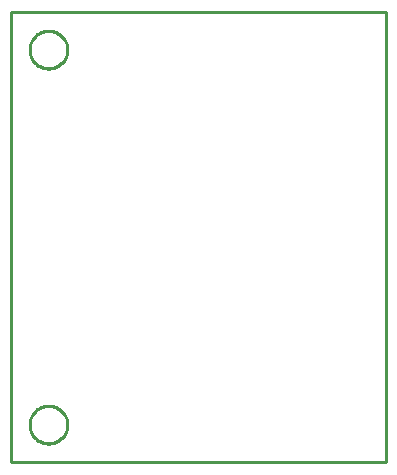
<source format=gbr>
G04 EAGLE Gerber X2 export*
%TF.Part,Single*%
%TF.FileFunction,Profile,NP*%
%TF.FilePolarity,Positive*%
%TF.GenerationSoftware,Autodesk,EAGLE,9.1.3*%
%TF.CreationDate,2018-09-23T19:11:10Z*%
G75*
%MOMM*%
%FSLAX34Y34*%
%LPD*%
%AMOC8*
5,1,8,0,0,1.08239X$1,22.5*%
G01*
%ADD10C,0.254000*%


D10*
X0Y0D02*
X317500Y0D01*
X317500Y381000D01*
X0Y381000D01*
X0Y0D01*
X47750Y31226D02*
X47682Y30181D01*
X47545Y29142D01*
X47340Y28115D01*
X47069Y27103D01*
X46733Y26111D01*
X46332Y25143D01*
X45868Y24204D01*
X45345Y23296D01*
X44763Y22425D01*
X44125Y21594D01*
X43434Y20807D01*
X42693Y20066D01*
X41906Y19375D01*
X41075Y18738D01*
X40204Y18156D01*
X39296Y17632D01*
X38357Y17168D01*
X37389Y16767D01*
X36397Y16431D01*
X35385Y16160D01*
X34358Y15955D01*
X33319Y15819D01*
X32274Y15750D01*
X31226Y15750D01*
X30181Y15819D01*
X29142Y15955D01*
X28115Y16160D01*
X27103Y16431D01*
X26111Y16767D01*
X25143Y17168D01*
X24204Y17632D01*
X23296Y18156D01*
X22425Y18738D01*
X21594Y19375D01*
X20807Y20066D01*
X20066Y20807D01*
X19375Y21594D01*
X18738Y22425D01*
X18156Y23296D01*
X17632Y24204D01*
X17168Y25143D01*
X16767Y26111D01*
X16431Y27103D01*
X16160Y28115D01*
X15955Y29142D01*
X15819Y30181D01*
X15750Y31226D01*
X15750Y32274D01*
X15819Y33319D01*
X15955Y34358D01*
X16160Y35385D01*
X16431Y36397D01*
X16767Y37389D01*
X17168Y38357D01*
X17632Y39296D01*
X18156Y40204D01*
X18738Y41075D01*
X19375Y41906D01*
X20066Y42693D01*
X20807Y43434D01*
X21594Y44125D01*
X22425Y44763D01*
X23296Y45345D01*
X24204Y45868D01*
X25143Y46332D01*
X26111Y46733D01*
X27103Y47069D01*
X28115Y47340D01*
X29142Y47545D01*
X30181Y47682D01*
X31226Y47750D01*
X32274Y47750D01*
X33319Y47682D01*
X34358Y47545D01*
X35385Y47340D01*
X36397Y47069D01*
X37389Y46733D01*
X38357Y46332D01*
X39296Y45868D01*
X40204Y45345D01*
X41075Y44763D01*
X41906Y44125D01*
X42693Y43434D01*
X43434Y42693D01*
X44125Y41906D01*
X44763Y41075D01*
X45345Y40204D01*
X45868Y39296D01*
X46332Y38357D01*
X46733Y37389D01*
X47069Y36397D01*
X47340Y35385D01*
X47545Y34358D01*
X47682Y33319D01*
X47750Y32274D01*
X47750Y31226D01*
X47750Y348726D02*
X47682Y347681D01*
X47545Y346642D01*
X47340Y345615D01*
X47069Y344603D01*
X46733Y343611D01*
X46332Y342643D01*
X45868Y341704D01*
X45345Y340796D01*
X44763Y339925D01*
X44125Y339094D01*
X43434Y338307D01*
X42693Y337566D01*
X41906Y336875D01*
X41075Y336238D01*
X40204Y335656D01*
X39296Y335132D01*
X38357Y334668D01*
X37389Y334267D01*
X36397Y333931D01*
X35385Y333660D01*
X34358Y333455D01*
X33319Y333319D01*
X32274Y333250D01*
X31226Y333250D01*
X30181Y333319D01*
X29142Y333455D01*
X28115Y333660D01*
X27103Y333931D01*
X26111Y334267D01*
X25143Y334668D01*
X24204Y335132D01*
X23296Y335656D01*
X22425Y336238D01*
X21594Y336875D01*
X20807Y337566D01*
X20066Y338307D01*
X19375Y339094D01*
X18738Y339925D01*
X18156Y340796D01*
X17632Y341704D01*
X17168Y342643D01*
X16767Y343611D01*
X16431Y344603D01*
X16160Y345615D01*
X15955Y346642D01*
X15819Y347681D01*
X15750Y348726D01*
X15750Y349774D01*
X15819Y350819D01*
X15955Y351858D01*
X16160Y352885D01*
X16431Y353897D01*
X16767Y354889D01*
X17168Y355857D01*
X17632Y356796D01*
X18156Y357704D01*
X18738Y358575D01*
X19375Y359406D01*
X20066Y360193D01*
X20807Y360934D01*
X21594Y361625D01*
X22425Y362263D01*
X23296Y362845D01*
X24204Y363368D01*
X25143Y363832D01*
X26111Y364233D01*
X27103Y364569D01*
X28115Y364840D01*
X29142Y365045D01*
X30181Y365182D01*
X31226Y365250D01*
X32274Y365250D01*
X33319Y365182D01*
X34358Y365045D01*
X35385Y364840D01*
X36397Y364569D01*
X37389Y364233D01*
X38357Y363832D01*
X39296Y363368D01*
X40204Y362845D01*
X41075Y362263D01*
X41906Y361625D01*
X42693Y360934D01*
X43434Y360193D01*
X44125Y359406D01*
X44763Y358575D01*
X45345Y357704D01*
X45868Y356796D01*
X46332Y355857D01*
X46733Y354889D01*
X47069Y353897D01*
X47340Y352885D01*
X47545Y351858D01*
X47682Y350819D01*
X47750Y349774D01*
X47750Y348726D01*
M02*

</source>
